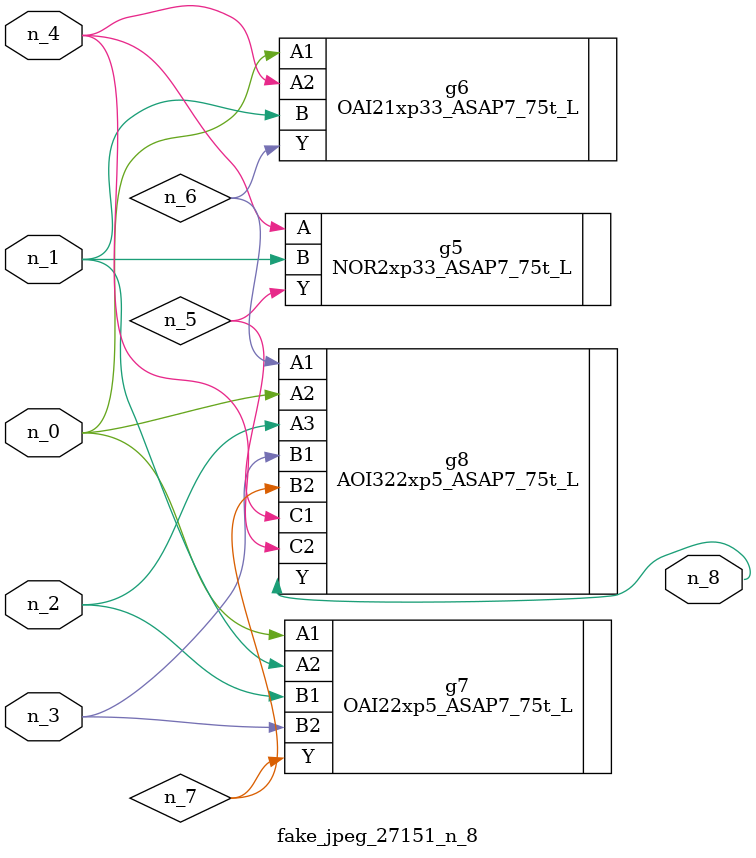
<source format=v>
module fake_jpeg_27151_n_8 (n_3, n_2, n_1, n_0, n_4, n_8);

input n_3;
input n_2;
input n_1;
input n_0;
input n_4;

output n_8;

wire n_6;
wire n_5;
wire n_7;

NOR2xp33_ASAP7_75t_L g5 ( 
.A(n_4),
.B(n_1),
.Y(n_5)
);

OAI21xp33_ASAP7_75t_L g6 ( 
.A1(n_0),
.A2(n_4),
.B(n_1),
.Y(n_6)
);

OAI22xp5_ASAP7_75t_L g7 ( 
.A1(n_0),
.A2(n_1),
.B1(n_2),
.B2(n_3),
.Y(n_7)
);

AOI322xp5_ASAP7_75t_L g8 ( 
.A1(n_6),
.A2(n_0),
.A3(n_2),
.B1(n_3),
.B2(n_7),
.C1(n_5),
.C2(n_4),
.Y(n_8)
);


endmodule
</source>
